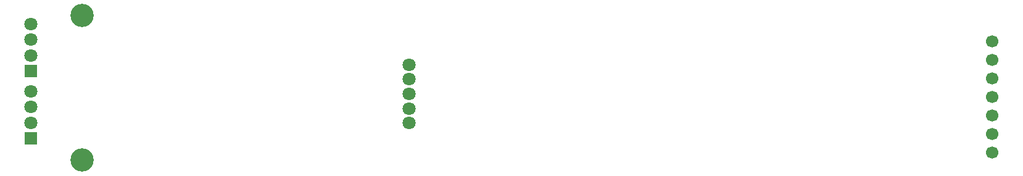
<source format=gts>
G04 #@! TF.GenerationSoftware,KiCad,Pcbnew,8.0.7*
G04 #@! TF.CreationDate,2025-06-18T23:32:32-07:00*
G04 #@! TF.ProjectId,ESP32_MIDI_v3a,45535033-325f-44d4-9944-495f7633612e,rev?*
G04 #@! TF.SameCoordinates,Original*
G04 #@! TF.FileFunction,Soldermask,Top*
G04 #@! TF.FilePolarity,Negative*
%FSLAX46Y46*%
G04 Gerber Fmt 4.6, Leading zero omitted, Abs format (unit mm)*
G04 Created by KiCad (PCBNEW 8.0.7) date 2025-06-18 23:32:32*
%MOMM*%
%LPD*%
G01*
G04 APERTURE LIST*
%ADD10C,1.700000*%
%ADD11C,3.200000*%
%ADD12R,1.800000X1.800000*%
%ADD13C,1.800000*%
G04 APERTURE END LIST*
D10*
X170920000Y-106120000D03*
X170920000Y-103580000D03*
X170920000Y-101040000D03*
X170920000Y-98500000D03*
X170920000Y-95960000D03*
X170920000Y-93420000D03*
X170920000Y-90880000D03*
D11*
X46000000Y-107188000D03*
D12*
X39000000Y-95000000D03*
D13*
X39000000Y-92841000D03*
X39000000Y-90682000D03*
X39000000Y-88523000D03*
D12*
X39000000Y-104240000D03*
D13*
X39000000Y-102081000D03*
X39000000Y-99922000D03*
X39000000Y-97763000D03*
D11*
X46000000Y-87376000D03*
D13*
X90932000Y-102108000D03*
X90932000Y-100108000D03*
X90932000Y-98108000D03*
X90932000Y-96108000D03*
X90932000Y-94108000D03*
M02*

</source>
